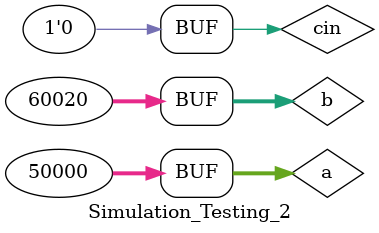
<source format=v>
`timescale 1ns / 1ps


module Simulation_Testing_2;

	// Inputs
	reg [31:0] a;
	reg [31:0] b;
	reg cin;

	// Outputs
	wire [31:0] sum;
	wire carry;

	// Instantiate the Unit Under Test (UUT)
	Testing_2 uut (
		.a(a), 
		.b(b), 
		.cin(cin), 
		.sum(sum), 
		.carry(carry)
	);

	initial begin
		// Initialize Inputs
		a = 0;
		b = 0;
		cin = 0;

		// Wait 100 ns for global reset to finish
		#100;
        
		// Add stimulus here
		a = 32'd500;
		b = 32'd600;
		cin = 1'b0;
		
		#20
		a = 32'd500;
		b = 32'd600;
		cin = 1'b0;

		#20
		a = 32'd1500;
		b = 32'd11600;
		cin = 1'b1;

		#20
		a = 32'd50000;
		b = 32'd60020;
		cin = 1'b0;

	end
      initial
		begin
		$monitor("cin = %d, A = %d + B = %d, Sum = %d and carry = %d", cin, a, b, sum, carry);
		end
endmodule


</source>
